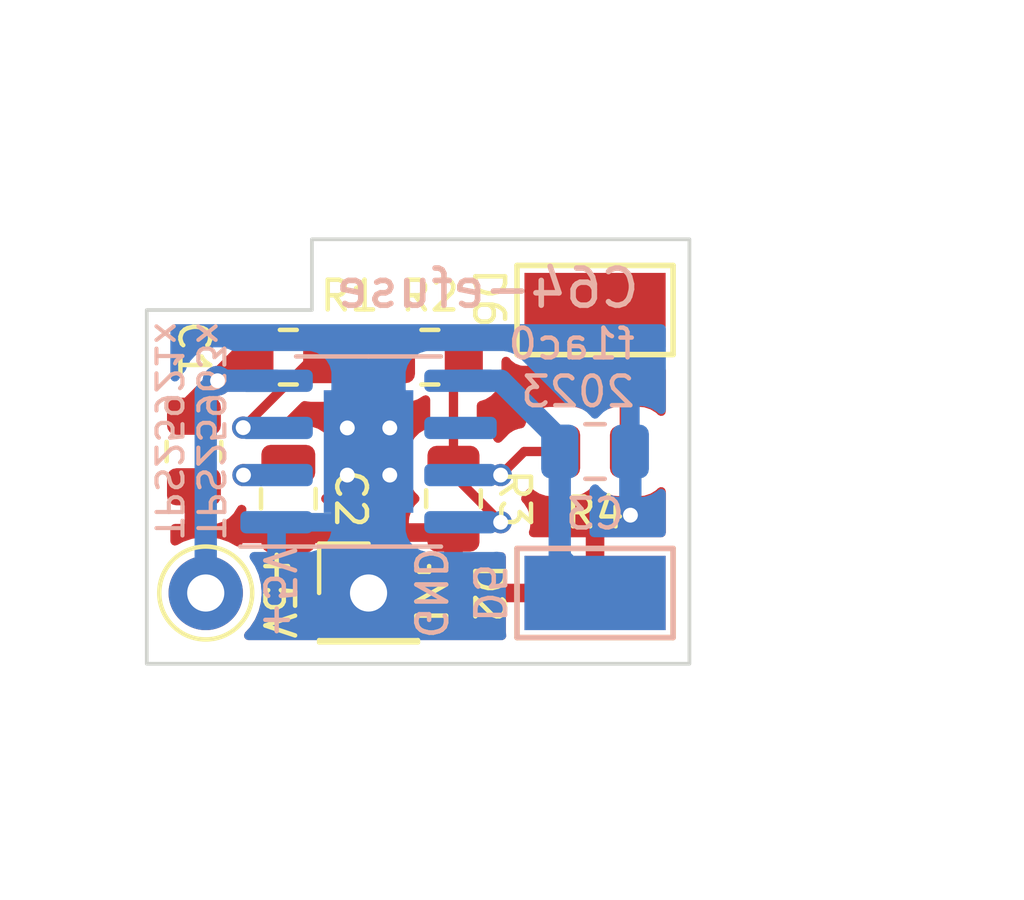
<source format=kicad_pcb>
(kicad_pcb (version 20221018) (generator pcbnew)
  (title_block (title "C64-efuse") (date "2023-10-26") (rev "0.1") (company "FLACO 2023"))
  (layers (0 "F.Cu" signal) (31 "B.Cu" signal) (34 "B.Paste" user) (35 "F.Paste" user) (36 "B.SilkS" user "B.Silkscreen") (37 "F.SilkS" user "F.Silkscreen") (38 "B.Mask" user) (39 "F.Mask" user) (44 "Edge.Cuts" user))
  (net 0 "")
  (net 1 "+5V")
  (net 2 "GND")
  (net 3 "Net-(U2-dV{slash}dT)")
  (net 4 "+5F")
  (net 5 "/{slash}FLT")
  (net 6 "Net-(U2-EN{slash}UVLO)")
  (net 7 "Net-(U2-OVLO{slash}OVCSEL)")
  (net 8 "Net-(U2-ILIM)")
  (footprint "Connector_Pin:Pin_D1.0mm_L10.0mm" (layer "F.Cu") (at 153.3525 101.6)
    (fp_text reference "J1" hide)
    (fp_text value "+5V")
    (fp_circle (center 0 0) (end 1.25 0.05) (stroke (width 0.12)) (fill none) (layer "F.SilkS"))
    (pad "1" thru_hole circle (at 0 0) (size 2 2) (drill 1) (layers "*.Cu" "*.Mask") (net 1 "+5V"))
  )
  (footprint "Resistor_SMD:R_0805_2012Metric" (layer "F.Cu") (at 160.02 99.06 -90)
    (fp_text reference "R3" (at 0 -1.65 -90 unlocked) (layer "F.SilkS") (effects (font (size 0.8 0.8) (thickness 0.12))))
    (fp_text value "R_Small")
    (fp_line (start -0.227064 -0.735) (end 0.227064 -0.735) (stroke (width 0.12)) (layer "F.SilkS"))
    (fp_line (start -0.227064 0.735) (end 0.227064 0.735) (stroke (width 0.12)) (layer "F.SilkS"))
    (pad "1" smd roundrect (at -0.9125 0 270) (size 1.025 1.4) (layers "F.Cu" "F.Paste" "F.Mask") (roundrect_rratio 0.243902) (net 7 "Net-(U2-OVLO{slash}OVCSEL)"))
    (pad "2" smd roundrect (at 0.9125 0 270) (size 1.025 1.4) (layers "F.Cu" "F.Paste" "F.Mask") (roundrect_rratio 0.243902) (net 2 "GND"))
  )
  (footprint "TestPoint:TestPoint_Keystone_5019_Minature" (layer "F.Cu") (at 163.83 101.6)
    (fp_text reference "J4" hide)
    (fp_text value "Pin 2")
    (fp_line (start -2.1 -1.2) (end 2.1 -1.2) (stroke (width 0.15)) (layer "F.SilkS"))
    (fp_line (start -2.1 1.2) (end -2.1 -1.2) (stroke (width 0.15)) (layer "F.SilkS"))
    (fp_line (start 2.1 -1.2) (end 2.1 1.2) (stroke (width 0.15)) (layer "F.SilkS"))
    (fp_line (start 2.1 1.2) (end -2.1 1.2) (stroke (width 0.15)) (layer "F.SilkS"))
    (pad "1" smd rect (at 0 0) (size 3.8 2) (layers "F.Cu" "F.Paste" "F.Mask") (net 2 "GND"))
  )
  (footprint "Capacitor_SMD:C_0805_2012Metric" (layer "F.Cu") (at 153.035 97.79 -90)
    (fp_text reference "C1" (at -2.7305 0 -90 unlocked) (layer "F.SilkS") (effects (font (size 0.8 0.8) (thickness 0.12))))
    (fp_text value "0.1-1uF")
    (fp_line (start -0.261252 -0.735) (end 0.261252 -0.735) (stroke (width 0.12)) (layer "F.SilkS"))
    (fp_line (start -0.261252 0.735) (end 0.261252 0.735) (stroke (width 0.12)) (layer "F.SilkS"))
    (pad "1" smd roundrect (at -0.95 0 270) (size 1 1.45) (layers "F.Cu" "F.Paste" "F.Mask") (net 1 "+5V"))
    (pad "2" smd roundrect (at 0.95 0 270) (size 1 1.45) (layers "F.Cu" "F.Paste" "F.Mask") (net 2 "GND"))
  )
  (footprint "Capacitor_SMD:C_0805_2012Metric" (layer "F.Cu") (at 155.575 99.06 -90)
    (fp_text reference "C2" (at 0 -1.68 -90 unlocked) (layer "F.SilkS") (effects (font (size 0.8 0.8) (thickness 0.12))))
    (fp_text value "C_dVdt")
    (fp_line (start -0.261252 -0.735) (end 0.261252 -0.735) (stroke (width 0.12)) (layer "F.SilkS"))
    (fp_line (start -0.261252 0.735) (end 0.261252 0.735) (stroke (width 0.12)) (layer "F.SilkS"))
    (pad "1" smd roundrect (at -0.95 0 270) (size 1 1.45) (layers "F.Cu" "F.Paste" "F.Mask") (net 3 "Net-(U2-dV{slash}dT)"))
    (pad "2" smd roundrect (at 0.95 0 270) (size 1 1.45) (layers "F.Cu" "F.Paste" "F.Mask") (net 2 "GND"))
  )
  (footprint "Connector_PinHeader_2.54mm:PinHeader_1x01_P2.54mm_Vertical" (layer "F.Cu") (at 157.734 101.6)
    (fp_text reference "J2" hide)
    (fp_text value "GND")
    (fp_line (start -1.33 -1.33) (end 0 -1.33) (stroke (width 0.12)) (layer "F.SilkS"))
    (fp_line (start -1.33 0) (end -1.33 -1.33) (stroke (width 0.12)) (layer "F.SilkS"))
    (fp_line (start -1.33 1.27) (end -1.33 1.33) (stroke (width 0.12)) (layer "F.SilkS"))
    (fp_line (start -1.33 1.27) (end 1.33 1.27) (stroke (width 0.12)) (layer "F.SilkS"))
    (fp_line (start -1.33 1.33) (end 1.33 1.33) (stroke (width 0.12)) (layer "F.SilkS"))
    (fp_line (start 1.33 1.27) (end 1.33 1.33) (stroke (width 0.12)) (layer "F.SilkS"))
    (pad "1" thru_hole rect (at 0 0) (size 1.7 1.7) (drill 1) (layers "*.Cu" "*.Mask") (net 2 "GND"))
  )
  (footprint "TestPoint:TestPoint_Keystone_5019_Minature" (layer "F.Cu") (at 163.83 93.98)
    (fp_text reference "H1" hide)
    (fp_text value "Pin 6 mount")
    (fp_line (start -2.1 -1.2) (end 2.1 -1.2) (stroke (width 0.15)) (layer "F.SilkS"))
    (fp_line (start -2.1 1.2) (end -2.1 -1.2) (stroke (width 0.15)) (layer "F.SilkS"))
    (fp_line (start 2.1 -1.2) (end 2.1 1.2) (stroke (width 0.15)) (layer "F.SilkS"))
    (fp_line (start 2.1 1.2) (end -2.1 1.2) (stroke (width 0.15)) (layer "F.SilkS"))
    (pad "1" smd rect (at 0 0) (size 3.8 2) (layers "F.Cu" "F.Paste" "F.Mask"))
  )
  (footprint "Resistor_SMD:R_0805_2012Metric" (layer "F.Cu") (at 155.575 95.25)
    (fp_text reference "R1" (at 1.651 -1.65 unlocked) (layer "F.SilkS") (effects (font (size 0.8 0.8) (thickness 0.12))))
    (fp_text value "R_Small")
    (fp_line (start -0.227064 -0.735) (end 0.227064 -0.735) (stroke (width 0.12)) (layer "F.SilkS"))
    (fp_line (start -0.227064 0.735) (end 0.227064 0.735) (stroke (width 0.12)) (layer "F.SilkS"))
    (pad "1" smd roundrect (at -0.9125 0) (size 1.025 1.4) (layers "F.Cu" "F.Paste" "F.Mask") (roundrect_rratio 0.243902) (net 1 "+5V"))
    (pad "2" smd roundrect (at 0.9125 0) (size 1.025 1.4) (layers "F.Cu" "F.Paste" "F.Mask") (roundrect_rratio 0.243902) (net 6 "Net-(U2-EN{slash}UVLO)"))
  )
  (footprint "Resistor_SMD:R_0805_2012Metric" (layer "F.Cu") (at 163.83 97.79)
    (fp_text reference "R4" (at 0 1.651 unlocked) (layer "F.SilkS") (effects (font (size 0.8 0.8) (thickness 0.12))))
    (fp_text value "R_ILIM")
    (fp_line (start -0.227064 -0.735) (end 0.227064 -0.735) (stroke (width 0.12)) (layer "F.SilkS"))
    (fp_line (start -0.227064 0.735) (end 0.227064 0.735) (stroke (width 0.12)) (layer "F.SilkS"))
    (pad "1" smd roundrect (at -0.9125 0) (size 1.025 1.4) (layers "F.Cu" "F.Paste" "F.Mask") (roundrect_rratio 0.243902) (net 8 "Net-(U2-ILIM)"))
    (pad "2" smd roundrect (at 0.9125 0) (size 1.025 1.4) (layers "F.Cu" "F.Paste" "F.Mask") (roundrect_rratio 0.243902) (net 2 "GND"))
  )
  (footprint "Resistor_SMD:R_0805_2012Metric" (layer "F.Cu") (at 159.385 95.25)
    (fp_text reference "R2" (at 0 -1.65 unlocked) (layer "F.SilkS") (effects (font (size 0.8 0.8) (thickness 0.12))))
    (fp_text value "R_Small")
    (fp_line (start -0.227064 -0.735) (end 0.227064 -0.735) (stroke (width 0.12)) (layer "F.SilkS"))
    (fp_line (start -0.227064 0.735) (end 0.227064 0.735) (stroke (width 0.12)) (layer "F.SilkS"))
    (pad "1" smd roundrect (at -0.9125 0) (size 1.025 1.4) (layers "F.Cu" "F.Paste" "F.Mask") (roundrect_rratio 0.243902) (net 6 "Net-(U2-EN{slash}UVLO)"))
    (pad "2" smd roundrect (at 0.9125 0) (size 1.025 1.4) (layers "F.Cu" "F.Paste" "F.Mask") (roundrect_rratio 0.243902) (net 7 "Net-(U2-OVLO{slash}OVCSEL)"))
  )
  (footprint "TestPoint:TestPoint_Keystone_5019_Minature" (layer "B.Cu") (at 163.83 101.6 180)
    (fp_text reference "J3" hide)
    (fp_text value "Pin 5")
    (fp_line (start -2.1 -1.2) (end -2.1 1.2) (stroke (width 0.15)) (layer "B.SilkS"))
    (fp_line (start -2.1 1.2) (end 2.1 1.2) (stroke (width 0.15)) (layer "B.SilkS"))
    (fp_line (start 2.1 -1.2) (end -2.1 -1.2) (stroke (width 0.15)) (layer "B.SilkS"))
    (fp_line (start 2.1 1.2) (end 2.1 -1.2) (stroke (width 0.15)) (layer "B.SilkS"))
    (pad "1" smd rect (at 0 0 180) (size 3.8 2) (layers "B.Cu" "B.Paste" "B.Mask") (net 4 "+5F"))
  )
  (footprint "Capacitor_SMD:C_0805_2012Metric" (layer "B.Cu") (at 163.83 97.79)
    (fp_text reference "C3" (at 0 1.68 unlocked) (layer "B.SilkS") (effects (font (size 0.8 0.8) (thickness 0.12)) (justify mirror)))
    (fp_text value "0.1-1uF")
    (fp_line (start -0.261252 -0.735) (end 0.261252 -0.735) (stroke (width 0.12)) (layer "B.SilkS"))
    (fp_line (start -0.261252 0.735) (end 0.261252 0.735) (stroke (width 0.12)) (layer "B.SilkS"))
    (pad "1" smd roundrect (at -0.95 0) (size 1 1.45) (layers "B.Cu" "B.Paste" "B.Mask") (net 4 "+5F"))
    (pad "2" smd roundrect (at 0.95 0) (size 1 1.45) (layers "B.Cu" "B.Paste" "B.Mask") (net 2 "GND"))
  )
  (footprint "Package_SO:SOIC-8-1EP_3.9x4.9mm_P1.27mm_EP2.41x3.3mm" (layer "B.Cu") (at 157.734 97.79)
    (fp_text reference "U2" hide)
    (fp_text value "TPS259630")
    (fp_line (start 0 -2.56) (end -1.95 -2.56) (stroke (width 0.12)) (layer "B.SilkS"))
    (fp_line (start 0 -2.56) (end 1.95 -2.56) (stroke (width 0.12)) (layer "B.SilkS"))
    (fp_line (start 0 2.56) (end -3.45 2.56) (stroke (width 0.12)) (layer "B.SilkS"))
    (fp_line (start 0 2.56) (end 1.95 2.56) (stroke (width 0.12)) (layer "B.SilkS"))
    (pad "1" smd roundrect (at -2.475 1.905) (size 1.95 0.6) (layers "B.Cu" "B.Paste" "B.Mask") (net 2 "GND"))
    (pad "2" smd roundrect (at -2.475 0.635) (size 1.95 0.6) (layers "B.Cu" "B.Paste" "B.Mask") (net 3 "Net-(U2-dV{slash}dT)"))
    (pad "3" smd roundrect (at -2.475 -0.635) (size 1.95 0.6) (layers "B.Cu" "B.Paste" "B.Mask") (net 6 "Net-(U2-EN{slash}UVLO)"))
    (pad "4" smd roundrect (at -2.475 -1.905) (size 1.95 0.6) (layers "B.Cu" "B.Paste" "B.Mask") (net 1 "+5V"))
    (pad "5" smd roundrect (at 2.475 -1.905) (size 1.95 0.6) (layers "B.Cu" "B.Paste" "B.Mask") (net 4 "+5F"))
    (pad "6" smd roundrect (at 2.475 -0.635) (size 1.95 0.6) (layers "B.Cu" "B.Paste" "B.Mask") (net 5 "/{slash}FLT"))
    (pad "7" smd roundrect (at 2.475 0.635) (size 1.95 0.6) (layers "B.Cu" "B.Paste" "B.Mask") (net 8 "Net-(U2-ILIM)"))
    (pad "8" smd roundrect (at 2.475 1.905) (size 1.95 0.6) (layers "B.Cu" "B.Paste" "B.Mask") (net 7 "Net-(U2-OVLO{slash}OVCSEL)"))
    (pad "9" smd rect (at 0 0) (size 2.41 3.3) (layers "B.Cu" "B.Mask") (net 2 "GND"))
  )
  (gr_poly (pts (xy 151.765 93.98) (xy 156.21 93.98) (xy 156.21 92.075) (xy 166.37 92.075) (xy 166.37 103.505) (xy 151.765 103.505)) (stroke (width 0.1)) (fill none) (layer "Edge.Cuts"))
  (gr_text "D5" (at 160.9725 101.6 -90) (layer "B.SilkS") (effects (font (size 0.8 0.8) (thickness 0.12)) (justify mirror)))
  (gr_text "+5V" (at 155.321 101.6 -90) (layer "B.SilkS") (effects (font (size 0.8 0.8) (thickness 0.12)) (justify mirror)))
  (gr_text "f1ac0\n2023" (at 164.973 96.647) (layer "B.SilkS") (effects (font (size 0.8 0.8) (thickness 0.12)) (justify left bottom mirror)))
  (gr_text "TPS25963x\nTPS25921x" (at 152.908 97.2185 270) (layer "B.SilkS") (effects (font (size 0.7 0.7) (thickness 0.11)) (justify mirror)))
  (gr_text "C64-efuse" (at 165.1 93.98) (layer "B.SilkS") (effects (font (size 1 1)) (justify left bottom mirror)))
  (gr_text "GND" (at 159.385 101.6 -90) (layer "B.SilkS") (effects (font (size 0.8 0.8) (thickness 0.12)) (justify mirror)))
  (gr_text "D6" (at 160.9725 93.6625 -90) (layer "F.SilkS") (effects (font (size 0.8 0.8) (thickness 0.12))))
  (gr_text "GND" (at 159.385 101.6 -90) (layer "F.SilkS") (effects (font (size 0.8 0.8) (thickness 0.12))))
  (gr_text "D2" (at 160.9725 101.6 -90) (layer "F.SilkS") (effects (font (size 0.8 0.8) (thickness 0.12))))
  (gr_text "+5V" (at 155.321 101.6 -90) (layer "F.SilkS") (effects (font (size 0.8 0.8) (thickness 0.12))))
  (segment (start 154.305 95.25) (end 153.67 95.885) (width 0.6) (layer "F.Cu") (net 1))
  (segment (start 153.035 96.84) (end 153.035 96.52) (width 0.6) (layer "F.Cu") (net 1))
  (segment (start 153.035 96.52) (end 153.67 95.885) (width 0.6) (layer "F.Cu") (net 1))
  (segment (start 154.6625 95.25) (end 154.305 95.25) (width 0.6) (layer "F.Cu") (net 1))
  (via (at 153.67 95.885) (size 0.8) (drill 0.4) (layers "F.Cu" "B.Cu") (net 1))
  (segment (start 153.3525 96.2025) (end 153.3525 101.6) (width 0.6) (layer "B.Cu") (net 1))
  (segment (start 153.67 95.885) (end 155.259 95.885) (width 0.6) (layer "B.Cu") (net 1))
  (segment (start 153.67 95.885) (end 153.3525 96.2025) (width 0.6) (layer "B.Cu") (net 1))
  (via (at 158.3055 98.425) (size 0.8) (drill 0.4) (layers "F.Cu" "B.Cu") (net 2))
  (via (at 157.1625 97.155) (size 0.8) (drill 0.4) (layers "F.Cu" "B.Cu") (net 2))
  (via (at 157.1625 98.425) (size 0.8) (drill 0.4) (layers "F.Cu" "B.Cu") (net 2))
  (via (at 158.3055 97.155) (size 0.8) (drill 0.4) (layers "F.Cu" "B.Cu") (net 2))
  (via (at 164.7825 99.5045) (size 0.8) (drill 0.4) (layers "F.Cu" "B.Cu") (net 2))
  (segment (start 164.7825 99.5045) (end 164.78 99.502) (width 0.6) (layer "B.Cu") (net 2))
  (segment (start 164.78 99.502) (end 164.78 97.79) (width 0.6) (layer "B.Cu") (net 2))
  (segment (start 155.26 98.425) (end 155.575 98.11) (width 0.25) (layer "F.Cu") (net 3))
  (segment (start 154.3685 98.425) (end 155.26 98.425) (width 0.25) (layer "F.Cu") (net 3))
  (via (at 154.3685 98.425) (size 0.6) (drill 0.4) (layers "F.Cu" "B.Cu") (net 3))
  (segment (start 154.3685 98.425) (end 155.259 98.425) (width 0.25) (layer "B.Cu") (net 3))
  (segment (start 163.83 101.6) (end 162.88 100.65) (width 0.6) (layer "B.Cu") (net 4))
  (segment (start 160.209 95.885) (end 161.29 95.885) (width 0.6) (layer "B.Cu") (net 4))
  (segment (start 162.88 97.475) (end 162.88 97.79) (width 0.6) (layer "B.Cu") (net 4))
  (segment (start 162.88 100.65) (end 162.88 97.79) (width 0.6) (layer "B.Cu") (net 4))
  (segment (start 161.29 95.885) (end 162.88 97.475) (width 0.6) (layer "B.Cu") (net 4))
  (segment (start 158.4725 95.25) (end 156.4875 95.25) (width 0.25) (layer "F.Cu") (net 6))
  (segment (start 156.257998 95.25) (end 154.360749 97.147249) (width 0.25) (layer "F.Cu") (net 6))
  (segment (start 156.4875 95.25) (end 156.257998 95.25) (width 0.25) (layer "F.Cu") (net 6))
  (via (at 154.360749 97.147249) (size 0.6) (drill 0.4) (layers "F.Cu" "B.Cu") (net 6))
  (segment (start 154.360749 97.147249) (end 154.3685 97.155) (width 0.25) (layer "B.Cu") (net 6))
  (segment (start 154.3685 97.155) (end 155.259 97.155) (width 0.25) (layer "B.Cu") (net 6))
  (segment (start 160.02 98.1475) (end 160.02 95.5275) (width 0.25) (layer "F.Cu") (net 7))
  (segment (start 160.02 98.425) (end 161.29 99.695) (width 0.25) (layer "F.Cu") (net 7))
  (segment (start 160.02 98.1475) (end 160.02 98.425) (width 0.25) (layer "F.Cu") (net 7))
  (segment (start 160.02 95.5275) (end 160.2975 95.25) (width 0.25) (layer "F.Cu") (net 7))
  (via (at 161.29 99.695) (size 0.6) (drill 0.4) (layers "F.Cu" "B.Cu") (net 7))
  (segment (start 160.209 99.695) (end 161.29 99.695) (width 0.25) (layer "B.Cu") (net 7))
  (segment (start 161.925 97.79) (end 161.29 98.425) (width 0.25) (layer "F.Cu") (net 8))
  (segment (start 162.9175 97.79) (end 161.925 97.79) (width 0.25) (layer "F.Cu") (net 8))
  (via (at 161.29 98.425) (size 0.6) (drill 0.4) (layers "F.Cu" "B.Cu") (net 8))
  (segment (start 161.29 98.425) (end 160.209 98.425) (width 0.25) (layer "B.Cu") (net 8))
  (zone (net 2) (net_name "GND") (layers "F&B.Cu") (connect_pads (clearance 0.5)) (min_thickness 0.25) (fill yes (thermal_gap 0.5) (thermal_bridge_width 0.5))
    (polygon (pts (xy 152.4 94.361) (xy 165.735 94.361) (xy 165.735 102.87) (xy 152.4 102.87)))
  )
  (zone (net 0) (net_name "") (layer "B.Cu") (connect_pads (clearance 0)) (min_thickness 0.25)
    (keepout (tracks not_allowed) (vias not_allowed) (pads not_allowed) (copperpour not_allowed) (footprints allowed))
    (fill (thermal_gap 0.5) (thermal_bridge_width 0.5))
    (polygon (pts (xy 166.37 92.075) (xy 163.83 92.075) (xy 151.765 92.075) (xy 151.765 94.361) (xy 166.37 94.361)))
  )
)
</source>
